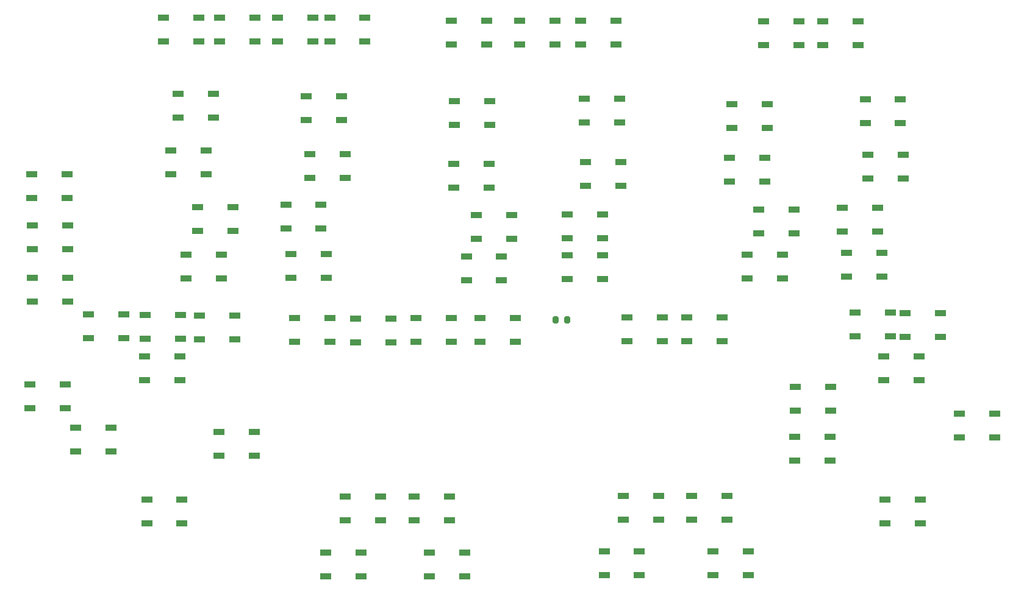
<source format=gbr>
%TF.GenerationSoftware,KiCad,Pcbnew,(6.0.9)*%
%TF.CreationDate,2023-04-01T13:50:38-08:00*%
%TF.ProjectId,INTR LT PANEL,494e5452-204c-4542-9050-414e454c2e6b,3*%
%TF.SameCoordinates,Original*%
%TF.FileFunction,Paste,Top*%
%TF.FilePolarity,Positive*%
%FSLAX46Y46*%
G04 Gerber Fmt 4.6, Leading zero omitted, Abs format (unit mm)*
G04 Created by KiCad (PCBNEW (6.0.9)) date 2023-04-01 13:50:38*
%MOMM*%
%LPD*%
G01*
G04 APERTURE LIST*
G04 Aperture macros list*
%AMRoundRect*
0 Rectangle with rounded corners*
0 $1 Rounding radius*
0 $2 $3 $4 $5 $6 $7 $8 $9 X,Y pos of 4 corners*
0 Add a 4 corners polygon primitive as box body*
4,1,4,$2,$3,$4,$5,$6,$7,$8,$9,$2,$3,0*
0 Add four circle primitives for the rounded corners*
1,1,$1+$1,$2,$3*
1,1,$1+$1,$4,$5*
1,1,$1+$1,$6,$7*
1,1,$1+$1,$8,$9*
0 Add four rect primitives between the rounded corners*
20,1,$1+$1,$2,$3,$4,$5,0*
20,1,$1+$1,$4,$5,$6,$7,0*
20,1,$1+$1,$6,$7,$8,$9,0*
20,1,$1+$1,$8,$9,$2,$3,0*%
G04 Aperture macros list end*
%ADD10R,1.500000X0.900000*%
%ADD11RoundRect,0.200000X0.200000X0.275000X-0.200000X0.275000X-0.200000X-0.275000X0.200000X-0.275000X0*%
G04 APERTURE END LIST*
D10*
%TO.C,D50*%
X151830000Y-49708800D03*
X151830000Y-53008800D03*
X156730000Y-53008800D03*
X156730000Y-49708800D03*
%TD*%
%TO.C,D49*%
X143600000Y-49759600D03*
X143600000Y-53059600D03*
X148500000Y-53059600D03*
X148500000Y-49759600D03*
%TD*%
%TO.C,D38*%
X118237000Y-49632800D03*
X118237000Y-52932800D03*
X123137000Y-52932800D03*
X123137000Y-49632800D03*
%TD*%
%TO.C,D37*%
X109781000Y-49607000D03*
X109781000Y-52907000D03*
X114681000Y-52907000D03*
X114681000Y-49607000D03*
%TD*%
%TO.C,D36*%
X100279000Y-49607000D03*
X100279000Y-52907000D03*
X105179000Y-52907000D03*
X105179000Y-49607000D03*
%TD*%
%TO.C,D23*%
X83390400Y-49200600D03*
X83390400Y-52500600D03*
X88290400Y-52500600D03*
X88290400Y-49200600D03*
%TD*%
%TO.C,D22*%
X76126000Y-49251800D03*
X76126000Y-52551800D03*
X81026000Y-52551800D03*
X81026000Y-49251800D03*
%TD*%
%TO.C,D21*%
X68122800Y-49226000D03*
X68122800Y-52526000D03*
X73022800Y-52526000D03*
X73022800Y-49226000D03*
%TD*%
%TO.C,D20*%
X60299600Y-49251400D03*
X60299600Y-52551400D03*
X65199600Y-52551400D03*
X65199600Y-49251400D03*
%TD*%
%TO.C,D13*%
X42064600Y-70968400D03*
X42064600Y-74268400D03*
X46964600Y-74268400D03*
X46964600Y-70968400D03*
%TD*%
%TO.C,D12*%
X42127000Y-78131400D03*
X42127000Y-81431400D03*
X47027000Y-81431400D03*
X47027000Y-78131400D03*
%TD*%
%TO.C,D11*%
X42115400Y-85344800D03*
X42115400Y-88644800D03*
X47015400Y-88644800D03*
X47015400Y-85344800D03*
%TD*%
%TO.C,D8*%
X41759800Y-100204000D03*
X41759800Y-103504000D03*
X46659800Y-103504000D03*
X46659800Y-100204000D03*
%TD*%
%TO.C,D10*%
X49936400Y-90475600D03*
X49936400Y-93775600D03*
X54836400Y-93775600D03*
X54836400Y-90475600D03*
%TD*%
%TO.C,D14*%
X57785000Y-90526400D03*
X57785000Y-93826400D03*
X62685000Y-93826400D03*
X62685000Y-90526400D03*
%TD*%
%TO.C,D15*%
X65331000Y-90602600D03*
X65331000Y-93902600D03*
X70231000Y-93902600D03*
X70231000Y-90602600D03*
%TD*%
%TO.C,D16*%
X63423800Y-82119000D03*
X63423800Y-85419000D03*
X68323800Y-85419000D03*
X68323800Y-82119000D03*
%TD*%
%TO.C,D17*%
X65088600Y-75566000D03*
X65088600Y-78866000D03*
X69988600Y-78866000D03*
X69988600Y-75566000D03*
%TD*%
%TO.C,D26*%
X77292200Y-75210200D03*
X77292200Y-78510200D03*
X82192200Y-78510200D03*
X82192200Y-75210200D03*
%TD*%
%TO.C,D27*%
X78042600Y-82068400D03*
X78042600Y-85368400D03*
X82942600Y-85368400D03*
X82942600Y-82068400D03*
%TD*%
%TO.C,D28*%
X78499800Y-90933000D03*
X78499800Y-94233000D03*
X83399800Y-94233000D03*
X83399800Y-90933000D03*
%TD*%
%TO.C,D29*%
X86997200Y-91009000D03*
X86997200Y-94309000D03*
X91897200Y-94309000D03*
X91897200Y-91009000D03*
%TD*%
%TO.C,D30*%
X95340000Y-90983800D03*
X95340000Y-94283800D03*
X100240000Y-94283800D03*
X100240000Y-90983800D03*
%TD*%
%TO.C,D31*%
X104281000Y-90983800D03*
X104281000Y-94283800D03*
X109181000Y-94283800D03*
X109181000Y-90983800D03*
%TD*%
%TO.C,D32*%
X102362000Y-82449200D03*
X102362000Y-85749200D03*
X107262000Y-85749200D03*
X107262000Y-82449200D03*
%TD*%
%TO.C,D33*%
X103761000Y-76658000D03*
X103761000Y-79958000D03*
X108661000Y-79958000D03*
X108661000Y-76658000D03*
%TD*%
%TO.C,D41*%
X116371000Y-76556600D03*
X116371000Y-79856600D03*
X121271000Y-79856600D03*
X121271000Y-76556600D03*
%TD*%
%TO.C,D42*%
X116360000Y-82221000D03*
X116360000Y-85521000D03*
X121260000Y-85521000D03*
X121260000Y-82221000D03*
%TD*%
%TO.C,D43*%
X124702000Y-90856800D03*
X124702000Y-94156800D03*
X129602000Y-94156800D03*
X129602000Y-90856800D03*
%TD*%
%TO.C,D44*%
X132971000Y-90907400D03*
X132971000Y-94207400D03*
X137871000Y-94207400D03*
X137871000Y-90907400D03*
%TD*%
%TO.C,D45*%
X141351000Y-82195200D03*
X141351000Y-85495200D03*
X146251000Y-85495200D03*
X146251000Y-82195200D03*
%TD*%
%TO.C,D46*%
X142953000Y-75921400D03*
X142953000Y-79221400D03*
X147853000Y-79221400D03*
X147853000Y-75921400D03*
%TD*%
%TO.C,D53*%
X154522000Y-75667600D03*
X154522000Y-78967600D03*
X159422000Y-78967600D03*
X159422000Y-75667600D03*
%TD*%
%TO.C,D54*%
X155171000Y-81915800D03*
X155171000Y-85215800D03*
X160071000Y-85215800D03*
X160071000Y-81915800D03*
%TD*%
%TO.C,D55*%
X156339000Y-90196200D03*
X156339000Y-93496200D03*
X161239000Y-93496200D03*
X161239000Y-90196200D03*
%TD*%
%TO.C,D56*%
X163299000Y-90247400D03*
X163299000Y-93547400D03*
X168199000Y-93547400D03*
X168199000Y-90247400D03*
%TD*%
%TO.C,D57*%
X160276000Y-96317600D03*
X160276000Y-99617600D03*
X165176000Y-99617600D03*
X165176000Y-96317600D03*
%TD*%
%TO.C,D58*%
X170778000Y-104268000D03*
X170778000Y-107568000D03*
X175678000Y-107568000D03*
X175678000Y-104268000D03*
%TD*%
%TO.C,D59*%
X160466000Y-116155000D03*
X160466000Y-119455000D03*
X165366000Y-119455000D03*
X165366000Y-116155000D03*
%TD*%
%TO.C,D60*%
X147983000Y-107469000D03*
X147983000Y-110769000D03*
X152883000Y-110769000D03*
X152883000Y-107469000D03*
%TD*%
%TO.C,D61*%
X148008000Y-100560000D03*
X148008000Y-103860000D03*
X152908000Y-103860000D03*
X152908000Y-100560000D03*
%TD*%
%TO.C,D62*%
X136629000Y-123394000D03*
X136629000Y-126694000D03*
X141529000Y-126694000D03*
X141529000Y-123394000D03*
%TD*%
%TO.C,D63*%
X133625000Y-115698000D03*
X133625000Y-118998000D03*
X138525000Y-118998000D03*
X138525000Y-115698000D03*
%TD*%
%TO.C,D64*%
X124125000Y-115698000D03*
X124125000Y-118998000D03*
X129025000Y-118998000D03*
X129025000Y-115698000D03*
%TD*%
%TO.C,D65*%
X121490000Y-123419000D03*
X121490000Y-126719000D03*
X126390000Y-126719000D03*
X126390000Y-123419000D03*
%TD*%
%TO.C,D66*%
X97208000Y-123597000D03*
X97208000Y-126897000D03*
X102108000Y-126897000D03*
X102108000Y-123597000D03*
%TD*%
%TO.C,D2*%
X95150600Y-115749000D03*
X95150600Y-119049000D03*
X100050600Y-119049000D03*
X100050600Y-115749000D03*
%TD*%
%TO.C,D3*%
X85574800Y-115799000D03*
X85574800Y-119099000D03*
X90474800Y-119099000D03*
X90474800Y-115799000D03*
%TD*%
%TO.C,D4*%
X82831600Y-123572000D03*
X82831600Y-126872000D03*
X87731600Y-126872000D03*
X87731600Y-123572000D03*
%TD*%
%TO.C,D5*%
X68035000Y-106783000D03*
X68035000Y-110083000D03*
X72935000Y-110083000D03*
X72935000Y-106783000D03*
%TD*%
%TO.C,D9*%
X57711000Y-96317600D03*
X57711000Y-99617600D03*
X62611000Y-99617600D03*
X62611000Y-96317600D03*
%TD*%
%TO.C,D7*%
X48133000Y-106173000D03*
X48133000Y-109473000D03*
X53033000Y-109473000D03*
X53033000Y-106173000D03*
%TD*%
%TO.C,D6*%
X57990400Y-116155000D03*
X57990400Y-119455000D03*
X62890400Y-119455000D03*
X62890400Y-116155000D03*
%TD*%
%TO.C,D18*%
X61300000Y-67650000D03*
X61300000Y-70950000D03*
X66200000Y-70950000D03*
X66200000Y-67650000D03*
%TD*%
%TO.C,D19*%
X62350000Y-59800000D03*
X62350000Y-63100000D03*
X67250000Y-63100000D03*
X67250000Y-59800000D03*
%TD*%
%TO.C,D24*%
X80100000Y-60125000D03*
X80100000Y-63425000D03*
X85000000Y-63425000D03*
X85000000Y-60125000D03*
%TD*%
%TO.C,D25*%
X80675000Y-68150000D03*
X80675000Y-71450000D03*
X85575000Y-71450000D03*
X85575000Y-68150000D03*
%TD*%
%TO.C,D34*%
X100650000Y-69550000D03*
X100650000Y-72850000D03*
X105550000Y-72850000D03*
X105550000Y-69550000D03*
%TD*%
%TO.C,D35*%
X100725000Y-60825000D03*
X100725000Y-64125000D03*
X105625000Y-64125000D03*
X105625000Y-60825000D03*
%TD*%
%TO.C,D39*%
X118775000Y-60475000D03*
X118775000Y-63775000D03*
X123675000Y-63775000D03*
X123675000Y-60475000D03*
%TD*%
%TO.C,D40*%
X118925000Y-69300000D03*
X118925000Y-72600000D03*
X123825000Y-72600000D03*
X123825000Y-69300000D03*
%TD*%
%TO.C,D47*%
X138925000Y-68725000D03*
X138925000Y-72025000D03*
X143825000Y-72025000D03*
X143825000Y-68725000D03*
%TD*%
%TO.C,D48*%
X139200000Y-61275000D03*
X139200000Y-64575000D03*
X144100000Y-64575000D03*
X144100000Y-61275000D03*
%TD*%
%TO.C,D51*%
X157725000Y-60525000D03*
X157725000Y-63825000D03*
X162625000Y-63825000D03*
X162625000Y-60525000D03*
%TD*%
%TO.C,D52*%
X158100000Y-68300000D03*
X158100000Y-71600000D03*
X163000000Y-71600000D03*
X163000000Y-68300000D03*
%TD*%
D11*
%TO.C,R1*%
X116395000Y-91186000D03*
X114745000Y-91186000D03*
%TD*%
M02*

</source>
